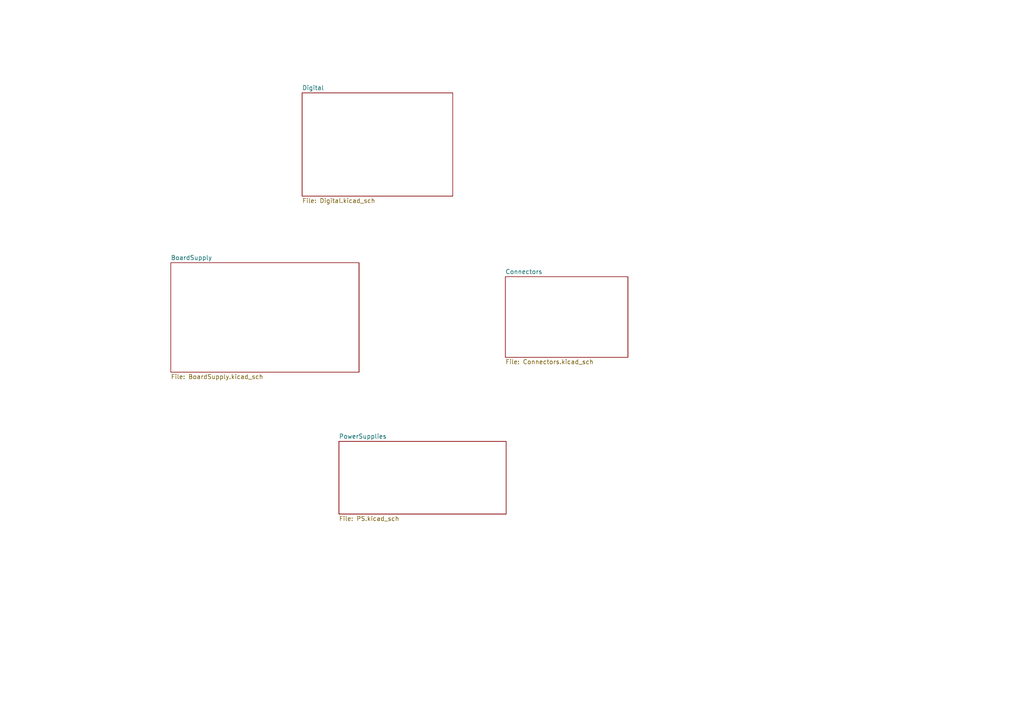
<source format=kicad_sch>
(kicad_sch
	(version 20231120)
	(generator "eeschema")
	(generator_version "8.0")
	(uuid "569848bc-480b-4cfe-96a1-7f07584b7f26")
	(paper "A4")
	(lib_symbols)
	(sheet
		(at 49.53 76.2)
		(size 54.61 31.75)
		(fields_autoplaced yes)
		(stroke
			(width 0.1524)
			(type solid)
		)
		(fill
			(color 0 0 0 0.0000)
		)
		(uuid "235a9a2d-e016-4bfe-a001-73ea1f112ba7")
		(property "Sheetname" "BoardSupply"
			(at 49.53 75.4884 0)
			(effects
				(font
					(size 1.27 1.27)
				)
				(justify left bottom)
			)
		)
		(property "Sheetfile" "BoardSupply.kicad_sch"
			(at 49.53 108.5346 0)
			(effects
				(font
					(size 1.27 1.27)
				)
				(justify left top)
			)
		)
		(instances
			(project "TestBoardArduino"
				(path "/569848bc-480b-4cfe-96a1-7f07584b7f26"
					(page "2")
				)
			)
		)
	)
	(sheet
		(at 87.63 26.924)
		(size 43.688 29.972)
		(fields_autoplaced yes)
		(stroke
			(width 0.1524)
			(type solid)
		)
		(fill
			(color 0 0 0 0.0000)
		)
		(uuid "5b74e9b4-4966-4ee4-8695-f32070f9184c")
		(property "Sheetname" "Digital"
			(at 87.63 26.2124 0)
			(effects
				(font
					(size 1.27 1.27)
				)
				(justify left bottom)
			)
		)
		(property "Sheetfile" "Digital.kicad_sch"
			(at 87.63 57.4806 0)
			(effects
				(font
					(size 1.27 1.27)
				)
				(justify left top)
			)
		)
		(instances
			(project "TestBoardArduino"
				(path "/569848bc-480b-4cfe-96a1-7f07584b7f26"
					(page "5")
				)
			)
		)
	)
	(sheet
		(at 98.298 128.016)
		(size 48.514 21.082)
		(fields_autoplaced yes)
		(stroke
			(width 0.1524)
			(type solid)
		)
		(fill
			(color 0 0 0 0.0000)
		)
		(uuid "b0b16144-5c7d-4353-a987-03fc6ef5c3fe")
		(property "Sheetname" "PowerSupplies"
			(at 98.298 127.3044 0)
			(effects
				(font
					(size 1.27 1.27)
				)
				(justify left bottom)
			)
		)
		(property "Sheetfile" "PS.kicad_sch"
			(at 98.298 149.6826 0)
			(effects
				(font
					(size 1.27 1.27)
				)
				(justify left top)
			)
		)
		(instances
			(project "TestBoardArduino"
				(path "/569848bc-480b-4cfe-96a1-7f07584b7f26"
					(page "4")
				)
			)
		)
	)
	(sheet
		(at 146.558 80.264)
		(size 35.56 23.368)
		(fields_autoplaced yes)
		(stroke
			(width 0.1524)
			(type solid)
		)
		(fill
			(color 0 0 0 0.0000)
		)
		(uuid "cf6ded4f-36cd-4b46-bf8f-208e0333a6e4")
		(property "Sheetname" "Connectors"
			(at 146.558 79.5524 0)
			(effects
				(font
					(size 1.27 1.27)
				)
				(justify left bottom)
			)
		)
		(property "Sheetfile" "Connectors.kicad_sch"
			(at 146.558 104.2166 0)
			(effects
				(font
					(size 1.27 1.27)
				)
				(justify left top)
			)
		)
		(instances
			(project "TestBoardArduino"
				(path "/569848bc-480b-4cfe-96a1-7f07584b7f26"
					(page "3")
				)
			)
		)
	)
	(sheet_instances
		(path "/"
			(page "1")
		)
	)
)
</source>
